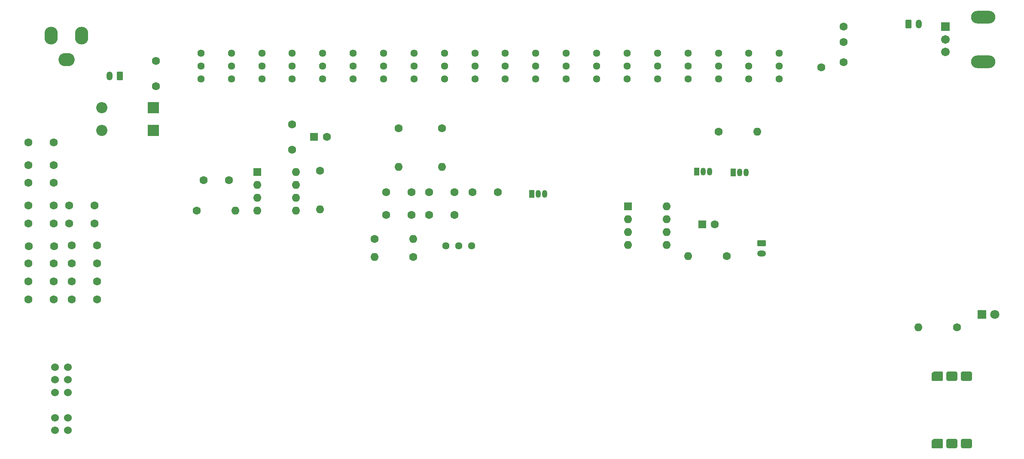
<source format=gbr>
%TF.GenerationSoftware,KiCad,Pcbnew,8.0.2*%
%TF.CreationDate,2025-05-17T21:18:52+08:00*%
%TF.ProjectId,TouchTone555,546f7563-6854-46f6-9e65-3535352e6b69,v1.2*%
%TF.SameCoordinates,Original*%
%TF.FileFunction,Soldermask,Bot*%
%TF.FilePolarity,Negative*%
%FSLAX46Y46*%
G04 Gerber Fmt 4.6, Leading zero omitted, Abs format (unit mm)*
G04 Created by KiCad (PCBNEW 8.0.2) date 2025-05-17 21:18:52*
%MOMM*%
%LPD*%
G01*
G04 APERTURE LIST*
G04 Aperture macros list*
%AMRoundRect*
0 Rectangle with rounded corners*
0 $1 Rounding radius*
0 $2 $3 $4 $5 $6 $7 $8 $9 X,Y pos of 4 corners*
0 Add a 4 corners polygon primitive as box body*
4,1,4,$2,$3,$4,$5,$6,$7,$8,$9,$2,$3,0*
0 Add four circle primitives for the rounded corners*
1,1,$1+$1,$2,$3*
1,1,$1+$1,$4,$5*
1,1,$1+$1,$6,$7*
1,1,$1+$1,$8,$9*
0 Add four rect primitives between the rounded corners*
20,1,$1+$1,$2,$3,$4,$5,0*
20,1,$1+$1,$4,$5,$6,$7,0*
20,1,$1+$1,$6,$7,$8,$9,0*
20,1,$1+$1,$8,$9,$2,$3,0*%
%AMFreePoly0*
4,1,19,1.059954,0.882520,1.097008,0.831520,1.102000,0.800000,1.102000,-0.800000,1.082520,-0.859954,1.031520,-0.897008,1.000000,-0.902000,-1.000000,-0.902000,-1.059954,-0.882520,-1.097008,-0.831520,-1.102000,-0.800000,-1.102000,0.480000,-1.082520,0.539954,-1.072125,0.552125,-0.752125,0.872125,-0.695956,0.900744,-0.680000,0.902000,1.000000,0.902000,1.059954,0.882520,1.059954,0.882520,
$1*%
G04 Aperture macros list end*
%ADD10R,2.200000X2.200000*%
%ADD11O,2.200000X2.200000*%
%ADD12C,1.524000*%
%ADD13C,1.600000*%
%ADD14O,1.600000X1.600000*%
%ADD15R,1.600000X1.600000*%
%ADD16FreePoly0,0.000000*%
%ADD17RoundRect,0.320313X-0.781687X-0.581687X0.781687X-0.581687X0.781687X0.581687X-0.781687X0.581687X0*%
%ADD18RoundRect,0.250000X-0.350000X-0.625000X0.350000X-0.625000X0.350000X0.625000X-0.350000X0.625000X0*%
%ADD19O,1.200000X1.750000*%
%ADD20C,1.440000*%
%ADD21R,1.050000X1.500000*%
%ADD22O,1.050000X1.500000*%
%ADD23O,2.600000X3.500000*%
%ADD24O,3.200000X2.600000*%
%ADD25RoundRect,0.250000X-0.625000X0.350000X-0.625000X-0.350000X0.625000X-0.350000X0.625000X0.350000X0*%
%ADD26O,1.750000X1.200000*%
%ADD27RoundRect,0.250000X0.350000X0.625000X-0.350000X0.625000X-0.350000X-0.625000X0.350000X-0.625000X0*%
%ADD28RoundRect,0.102000X-0.754000X0.754000X-0.754000X-0.754000X0.754000X-0.754000X0.754000X0.754000X0*%
%ADD29C,1.712000*%
%ADD30O,4.804000X2.504000*%
%ADD31R,1.800000X1.800000*%
%ADD32C,1.800000*%
G04 APERTURE END LIST*
D10*
%TO.C,D1*%
X79160000Y-75200000D03*
D11*
X69000000Y-75200000D03*
%TD*%
D12*
%TO.C,SW3*%
X59750000Y-138900000D03*
X59750000Y-136400000D03*
X59750000Y-131400000D03*
X59750000Y-128900000D03*
X59750000Y-126400000D03*
X62250000Y-138900000D03*
X62250000Y-136400000D03*
X62250000Y-131400000D03*
X62250000Y-128900000D03*
X62250000Y-126400000D03*
%TD*%
D13*
%TO.C,R7*%
X190500000Y-80000000D03*
D14*
X198120000Y-80000000D03*
%TD*%
D13*
%TO.C,R1*%
X112000000Y-87690000D03*
D14*
X112000000Y-95310000D03*
%TD*%
D15*
%TO.C,C18*%
X187294888Y-98250000D03*
D13*
X189794888Y-98250000D03*
%TD*%
D16*
%TO.C,SW2*%
X233600000Y-141500000D03*
D17*
X236500000Y-141500000D03*
X239400000Y-141500000D03*
%TD*%
D18*
%TO.C,J4*%
X228000000Y-58700000D03*
D19*
X230000000Y-58700000D03*
%TD*%
D20*
%TO.C,VR15*%
X130500000Y-69580000D03*
X130500000Y-67040000D03*
X130500000Y-64500000D03*
%TD*%
D13*
%TO.C,C6*%
X54500000Y-98050000D03*
X59500000Y-98050000D03*
%TD*%
%TO.C,C16*%
X63000000Y-113050000D03*
X68000000Y-113050000D03*
%TD*%
D21*
%TO.C,Q3*%
X193460000Y-88000000D03*
D22*
X194730000Y-88000000D03*
X196000000Y-88000000D03*
%TD*%
D20*
%TO.C,VR4*%
X190500000Y-69580000D03*
X190500000Y-67040000D03*
X190500000Y-64500000D03*
%TD*%
%TO.C,VR5*%
X184500000Y-69580000D03*
X184500000Y-67040000D03*
X184500000Y-64500000D03*
%TD*%
D10*
%TO.C,D3*%
X79160000Y-79700000D03*
D11*
X69000000Y-79700000D03*
%TD*%
D13*
%TO.C,C21*%
X125000000Y-91890000D03*
X130000000Y-91890000D03*
%TD*%
D20*
%TO.C,VR8*%
X166500000Y-69580000D03*
X166500000Y-67040000D03*
X166500000Y-64500000D03*
%TD*%
%TO.C,VR22*%
X88500000Y-69580000D03*
X88500000Y-67040000D03*
X88500000Y-64500000D03*
%TD*%
D13*
%TO.C,C7*%
X62500000Y-94550000D03*
X67500000Y-94550000D03*
%TD*%
%TO.C,R2*%
X122690000Y-101150000D03*
D14*
X130310000Y-101150000D03*
%TD*%
D13*
%TO.C,C19*%
X142000000Y-91890000D03*
X147000000Y-91890000D03*
%TD*%
%TO.C,C11*%
X54500000Y-109500000D03*
X59500000Y-109500000D03*
%TD*%
D20*
%TO.C,VR11*%
X148500000Y-69580000D03*
X148500000Y-67040000D03*
X148500000Y-64500000D03*
%TD*%
D13*
%TO.C,R6*%
X87690000Y-95500000D03*
D14*
X95310000Y-95500000D03*
%TD*%
D13*
%TO.C,C5*%
X54500000Y-94550000D03*
X59500000Y-94550000D03*
%TD*%
D20*
%TO.C,VR20*%
X100500000Y-69580000D03*
X100500000Y-67040000D03*
X100500000Y-64500000D03*
%TD*%
D13*
%TO.C,R5*%
X237510000Y-118550000D03*
D14*
X229890000Y-118550000D03*
%TD*%
D20*
%TO.C,VR14*%
X136500000Y-69580000D03*
X136500000Y-67040000D03*
X136500000Y-64500000D03*
%TD*%
%TO.C,VR9*%
X160500000Y-69580000D03*
X160500000Y-67040000D03*
X160500000Y-64500000D03*
%TD*%
D13*
%TO.C,C9*%
X54600000Y-102550000D03*
X59600000Y-102550000D03*
%TD*%
%TO.C,R8*%
X130310000Y-104700000D03*
D14*
X122690000Y-104700000D03*
%TD*%
D13*
%TO.C,R9*%
X192120000Y-104500000D03*
D14*
X184500000Y-104500000D03*
%TD*%
D20*
%TO.C,VR17*%
X118500000Y-69580000D03*
X118500000Y-67040000D03*
X118500000Y-64500000D03*
%TD*%
D13*
%TO.C,C15*%
X63000000Y-109500000D03*
X68000000Y-109500000D03*
%TD*%
D20*
%TO.C,VR3*%
X196500000Y-69580000D03*
X196500000Y-67040000D03*
X196500000Y-64500000D03*
%TD*%
%TO.C,VR6*%
X178500000Y-69580000D03*
X178500000Y-67040000D03*
X178500000Y-64500000D03*
%TD*%
D15*
%TO.C,U2*%
X172700000Y-94700000D03*
D14*
X172700000Y-97240000D03*
X172700000Y-99780000D03*
X172700000Y-102320000D03*
X180320000Y-102320000D03*
X180320000Y-99780000D03*
X180320000Y-97240000D03*
X180320000Y-94700000D03*
%TD*%
D13*
%TO.C,C27*%
X79600000Y-71000000D03*
X79600000Y-66000000D03*
%TD*%
D21*
%TO.C,Q1*%
X153730000Y-92250000D03*
D22*
X155000000Y-92250000D03*
X156270000Y-92250000D03*
%TD*%
D20*
%TO.C,VR10*%
X154500000Y-69580000D03*
X154500000Y-67040000D03*
X154500000Y-64500000D03*
%TD*%
D23*
%TO.C,J1*%
X65000000Y-61000000D03*
X59000000Y-61000000D03*
D24*
X62000000Y-65700000D03*
%TD*%
D21*
%TO.C,Q2*%
X186230000Y-87860000D03*
D22*
X187500000Y-87860000D03*
X188770000Y-87860000D03*
%TD*%
D20*
%TO.C,VR2*%
X202500000Y-69580000D03*
X202500000Y-67040000D03*
X202500000Y-64500000D03*
%TD*%
D13*
%TO.C,C2*%
X54500000Y-82050000D03*
X59500000Y-82050000D03*
%TD*%
%TO.C,C17*%
X106500000Y-78500000D03*
X106500000Y-83500000D03*
%TD*%
%TO.C,C13*%
X63000000Y-102400000D03*
X68000000Y-102400000D03*
%TD*%
%TO.C,R4*%
X136000000Y-79270000D03*
D14*
X136000000Y-86890000D03*
%TD*%
D13*
%TO.C,C20*%
X133500000Y-91890000D03*
X138500000Y-91890000D03*
%TD*%
D15*
%TO.C,U1*%
X99650000Y-87950000D03*
D14*
X99650000Y-90490000D03*
X99650000Y-93030000D03*
X99650000Y-95570000D03*
X107270000Y-95570000D03*
X107270000Y-93030000D03*
X107270000Y-90490000D03*
X107270000Y-87950000D03*
%TD*%
D25*
%TO.C,J5*%
X199050000Y-102000000D03*
D26*
X199050000Y-104000000D03*
%TD*%
D13*
%TO.C,C1*%
X94000000Y-89500000D03*
X89000000Y-89500000D03*
%TD*%
D15*
%TO.C,C24*%
X110794888Y-81000000D03*
D13*
X113294888Y-81000000D03*
%TD*%
%TO.C,C3*%
X54500000Y-86550000D03*
X59500000Y-86550000D03*
%TD*%
D20*
%TO.C,VR13*%
X142500000Y-69580000D03*
X142500000Y-67040000D03*
X142500000Y-64500000D03*
%TD*%
D13*
%TO.C,C12*%
X54500000Y-113050000D03*
X59500000Y-113050000D03*
%TD*%
D27*
%TO.C,J2*%
X72500000Y-68950000D03*
D19*
X70500000Y-68950000D03*
%TD*%
D13*
%TO.C,C14*%
X63000000Y-105950000D03*
X68000000Y-105950000D03*
%TD*%
%TO.C,R3*%
X127500000Y-79270000D03*
D14*
X127500000Y-86890000D03*
%TD*%
D28*
%TO.C,A5K1*%
X235219500Y-59250000D03*
D29*
X235219500Y-61750000D03*
X235219500Y-64250000D03*
D30*
X242719500Y-57350000D03*
X242719500Y-66150000D03*
%TD*%
D13*
%TO.C,C8*%
X62500000Y-98050000D03*
X67500000Y-98050000D03*
%TD*%
%TO.C,C4*%
X54500000Y-90050000D03*
X59500000Y-90050000D03*
%TD*%
%TO.C,C23*%
X133500000Y-96390000D03*
X138500000Y-96390000D03*
%TD*%
%TO.C,C22*%
X125000000Y-96390000D03*
X130000000Y-96390000D03*
%TD*%
D20*
%TO.C,VR18*%
X112500000Y-69580000D03*
X112500000Y-67040000D03*
X112500000Y-64500000D03*
%TD*%
%TO.C,VR1*%
X141850000Y-102500000D03*
X139310000Y-102500000D03*
X136770000Y-102500000D03*
%TD*%
%TO.C,VR19*%
X106500000Y-69580000D03*
X106500000Y-67040000D03*
X106500000Y-64500000D03*
%TD*%
D13*
%TO.C,C10*%
X54500000Y-105950000D03*
X59500000Y-105950000D03*
%TD*%
D16*
%TO.C,SW1*%
X233600000Y-128250000D03*
D17*
X236500000Y-128250000D03*
X239400000Y-128250000D03*
%TD*%
D20*
%TO.C,VR7*%
X172500000Y-69580000D03*
X172500000Y-67040000D03*
X172500000Y-64500000D03*
%TD*%
%TO.C,VR21*%
X94500000Y-69580000D03*
X94500000Y-67040000D03*
X94500000Y-64500000D03*
%TD*%
D13*
%TO.C,J3*%
X210800000Y-67245000D03*
X215200000Y-66245000D03*
X215200000Y-62245000D03*
X215200000Y-59245000D03*
%TD*%
D31*
%TO.C,D2*%
X242475000Y-116000000D03*
D32*
X245015000Y-116000000D03*
%TD*%
D20*
%TO.C,VR16*%
X124500000Y-69580000D03*
X124500000Y-67040000D03*
X124500000Y-64500000D03*
%TD*%
M02*

</source>
